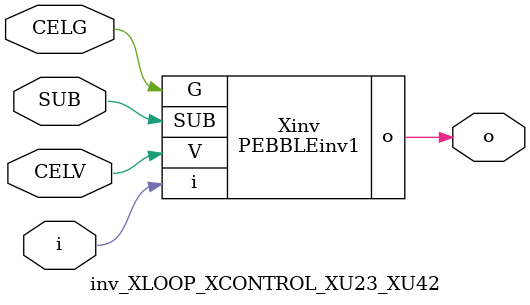
<source format=v>



module PEBBLEinv1 ( o, G, SUB, V, i );

  input V;
  input i;
  input G;
  output o;
  input SUB;
endmodule

//Celera Confidential Do Not Copy inv_XLOOP_XCONTROL_XU23_XU42
//Celera Confidential Symbol Generator
//5V Inverter
module inv_XLOOP_XCONTROL_XU23_XU42 (CELV,CELG,i,o,SUB);
input CELV;
input CELG;
input i;
input SUB;
output o;

//Celera Confidential Do Not Copy inv
PEBBLEinv1 Xinv(
.V (CELV),
.i (i),
.o (o),
.SUB (SUB),
.G (CELG)
);
//,diesize,PEBBLEinv1

//Celera Confidential Do Not Copy Module End
//Celera Schematic Generator
endmodule

</source>
